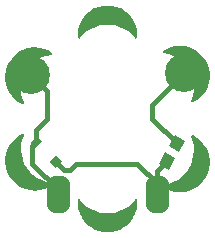
<source format=gbr>
G04 EAGLE Gerber RS-274X export*
G75*
%MOMM*%
%FSLAX34Y34*%
%LPD*%
%INTop Copper*%
%IPPOS*%
%AMOC8*
5,1,8,0,0,1.08239X$1,22.5*%
G01*
%ADD10C,3.216000*%
%ADD11C,1.428750*%
%ADD12R,0.630000X0.830000*%
%ADD13R,1.100000X1.000000*%
%ADD14C,0.406400*%

G36*
X3682Y-95803D02*
X3682Y-95803D01*
X3772Y-95785D01*
X3836Y-95782D01*
X7385Y-95021D01*
X7471Y-94989D01*
X7534Y-94976D01*
X10925Y-93681D01*
X11005Y-93637D01*
X11066Y-93614D01*
X14218Y-91816D01*
X14232Y-91805D01*
X14247Y-91798D01*
X14296Y-91757D01*
X14347Y-91729D01*
X17188Y-89469D01*
X17250Y-89403D01*
X17302Y-89364D01*
X19763Y-86697D01*
X19815Y-86622D01*
X19860Y-86574D01*
X21885Y-83562D01*
X21925Y-83481D01*
X21962Y-83427D01*
X23503Y-80141D01*
X23529Y-80054D01*
X23558Y-79995D01*
X24578Y-76512D01*
X24591Y-76422D01*
X24610Y-76360D01*
X25086Y-72762D01*
X25085Y-72671D01*
X25095Y-72606D01*
X25015Y-68978D01*
X25006Y-68924D01*
X25007Y-68870D01*
X24983Y-68785D01*
X24969Y-68697D01*
X24946Y-68648D01*
X24932Y-68596D01*
X24885Y-68521D01*
X24847Y-68440D01*
X24811Y-68400D01*
X24783Y-68354D01*
X24717Y-68294D01*
X24659Y-68227D01*
X24613Y-68199D01*
X24573Y-68162D01*
X24494Y-68123D01*
X24419Y-68075D01*
X24367Y-68060D01*
X24318Y-68036D01*
X24231Y-68020D01*
X24146Y-67995D01*
X24092Y-67995D01*
X24039Y-67986D01*
X23950Y-67995D01*
X23862Y-67994D01*
X23810Y-68009D01*
X23756Y-68015D01*
X23674Y-68048D01*
X23588Y-68072D01*
X23542Y-68101D01*
X23492Y-68121D01*
X23437Y-68166D01*
X23347Y-68223D01*
X23284Y-68292D01*
X23233Y-68335D01*
X20478Y-71509D01*
X17354Y-74212D01*
X13877Y-76444D01*
X10119Y-78158D01*
X6155Y-79321D01*
X2066Y-79908D01*
X-2066Y-79908D01*
X-6155Y-79321D01*
X-10119Y-78158D01*
X-13877Y-76444D01*
X-17354Y-74212D01*
X-20478Y-71509D01*
X-23233Y-68335D01*
X-23274Y-68299D01*
X-23308Y-68257D01*
X-23381Y-68206D01*
X-23448Y-68148D01*
X-23497Y-68125D01*
X-23541Y-68094D01*
X-23625Y-68066D01*
X-23706Y-68028D01*
X-23759Y-68020D01*
X-23810Y-68003D01*
X-23899Y-67998D01*
X-23987Y-67985D01*
X-24040Y-67992D01*
X-24094Y-67989D01*
X-24181Y-68010D01*
X-24269Y-68021D01*
X-24318Y-68042D01*
X-24371Y-68055D01*
X-24448Y-68099D01*
X-24530Y-68134D01*
X-24571Y-68168D01*
X-24618Y-68195D01*
X-24680Y-68258D01*
X-24749Y-68315D01*
X-24780Y-68359D01*
X-24817Y-68398D01*
X-24860Y-68476D01*
X-24910Y-68549D01*
X-24927Y-68600D01*
X-24952Y-68648D01*
X-24966Y-68718D01*
X-24999Y-68819D01*
X-25003Y-68913D01*
X-25015Y-68978D01*
X-25095Y-72606D01*
X-25084Y-72697D01*
X-25086Y-72762D01*
X-24610Y-76360D01*
X-24586Y-76448D01*
X-24578Y-76512D01*
X-23558Y-79995D01*
X-23520Y-80078D01*
X-23503Y-80141D01*
X-21962Y-83427D01*
X-21912Y-83503D01*
X-21885Y-83562D01*
X-19860Y-86574D01*
X-19799Y-86642D01*
X-19763Y-86697D01*
X-17302Y-89364D01*
X-17231Y-89421D01*
X-17188Y-89469D01*
X-14347Y-91729D01*
X-14312Y-91749D01*
X-14291Y-91769D01*
X-14249Y-91791D01*
X-14218Y-91816D01*
X-11066Y-93614D01*
X-10981Y-93648D01*
X-10925Y-93681D01*
X-7534Y-94976D01*
X-7446Y-94997D01*
X-7385Y-95021D01*
X-3836Y-95782D01*
X-3746Y-95789D01*
X-3682Y-95803D01*
X-59Y-96014D01*
X8Y-96008D01*
X59Y-96014D01*
X3682Y-95803D01*
G37*
G36*
X24040Y67992D02*
X24040Y67992D01*
X24094Y67989D01*
X24181Y68010D01*
X24269Y68021D01*
X24318Y68042D01*
X24371Y68055D01*
X24448Y68099D01*
X24530Y68134D01*
X24571Y68168D01*
X24618Y68195D01*
X24680Y68258D01*
X24749Y68315D01*
X24780Y68359D01*
X24817Y68398D01*
X24860Y68476D01*
X24910Y68549D01*
X24927Y68600D01*
X24952Y68648D01*
X24966Y68718D01*
X24999Y68819D01*
X25003Y68913D01*
X25015Y68978D01*
X25095Y72606D01*
X25084Y72697D01*
X25086Y72762D01*
X24610Y76360D01*
X24586Y76448D01*
X24578Y76512D01*
X23558Y79995D01*
X23520Y80078D01*
X23503Y80141D01*
X21962Y83427D01*
X21912Y83503D01*
X21885Y83562D01*
X19860Y86574D01*
X19799Y86642D01*
X19763Y86697D01*
X17302Y89364D01*
X17231Y89421D01*
X17188Y89469D01*
X14347Y91729D01*
X14268Y91775D01*
X14218Y91816D01*
X11066Y93614D01*
X10981Y93648D01*
X10925Y93681D01*
X7534Y94976D01*
X7446Y94997D01*
X7385Y95021D01*
X3836Y95782D01*
X3746Y95789D01*
X3682Y95803D01*
X59Y96014D01*
X-8Y96008D01*
X-59Y96014D01*
X-3682Y95803D01*
X-3772Y95785D01*
X-3836Y95782D01*
X-7385Y95021D01*
X-7471Y94989D01*
X-7534Y94976D01*
X-10925Y93681D01*
X-11005Y93637D01*
X-11066Y93614D01*
X-14218Y91816D01*
X-14290Y91760D01*
X-14347Y91729D01*
X-17188Y89469D01*
X-17250Y89403D01*
X-17302Y89364D01*
X-19763Y86697D01*
X-19815Y86622D01*
X-19860Y86574D01*
X-21885Y83562D01*
X-21925Y83481D01*
X-21962Y83427D01*
X-23503Y80141D01*
X-23529Y80054D01*
X-23558Y79995D01*
X-24578Y76512D01*
X-24591Y76422D01*
X-24610Y76360D01*
X-25086Y72762D01*
X-25085Y72671D01*
X-25095Y72606D01*
X-25015Y68978D01*
X-25006Y68924D01*
X-25007Y68870D01*
X-24983Y68785D01*
X-24969Y68697D01*
X-24946Y68648D01*
X-24932Y68596D01*
X-24885Y68521D01*
X-24847Y68440D01*
X-24811Y68400D01*
X-24783Y68354D01*
X-24717Y68294D01*
X-24659Y68227D01*
X-24613Y68199D01*
X-24573Y68162D01*
X-24494Y68123D01*
X-24419Y68075D01*
X-24367Y68060D01*
X-24318Y68036D01*
X-24231Y68020D01*
X-24146Y67995D01*
X-24092Y67995D01*
X-24039Y67986D01*
X-23950Y67995D01*
X-23862Y67994D01*
X-23810Y68009D01*
X-23756Y68015D01*
X-23674Y68048D01*
X-23588Y68072D01*
X-23542Y68101D01*
X-23492Y68121D01*
X-23437Y68166D01*
X-23347Y68223D01*
X-23284Y68292D01*
X-23233Y68335D01*
X-20478Y71509D01*
X-17354Y74212D01*
X-13877Y76444D01*
X-10119Y78158D01*
X-6155Y79321D01*
X-2066Y79908D01*
X2066Y79908D01*
X6155Y79321D01*
X10119Y78158D01*
X13877Y76444D01*
X17354Y74212D01*
X20478Y71509D01*
X23233Y68335D01*
X23274Y68299D01*
X23308Y68257D01*
X23381Y68206D01*
X23448Y68148D01*
X23497Y68125D01*
X23541Y68094D01*
X23625Y68066D01*
X23706Y68028D01*
X23759Y68020D01*
X23810Y68003D01*
X23899Y67998D01*
X23987Y67985D01*
X24040Y67992D01*
G37*
G36*
X71921Y13913D02*
X71921Y13913D01*
X71975Y13915D01*
X72043Y13938D01*
X72147Y13960D01*
X72229Y14003D01*
X72292Y14025D01*
X75474Y15770D01*
X75547Y15825D01*
X75605Y15856D01*
X78483Y18067D01*
X78547Y18132D01*
X78599Y18171D01*
X81105Y20796D01*
X81158Y20870D01*
X81203Y20917D01*
X83279Y23894D01*
X83320Y23975D01*
X83358Y24028D01*
X84954Y27288D01*
X84982Y27375D01*
X85011Y27433D01*
X86090Y30898D01*
X86101Y30965D01*
X86109Y30992D01*
X86110Y31003D01*
X86125Y31050D01*
X86661Y34639D01*
X86662Y34730D01*
X86672Y34795D01*
X86653Y38424D01*
X86640Y38514D01*
X86641Y38579D01*
X86067Y42163D01*
X86040Y42250D01*
X86031Y42315D01*
X84916Y45769D01*
X84876Y45851D01*
X84857Y45913D01*
X83228Y49156D01*
X83190Y49211D01*
X83169Y49258D01*
X81175Y52290D01*
X81115Y52359D01*
X81080Y52414D01*
X78646Y55106D01*
X78576Y55164D01*
X78533Y55213D01*
X75716Y57502D01*
X75638Y57549D01*
X75588Y57590D01*
X72454Y59421D01*
X72370Y59456D01*
X72314Y59489D01*
X68937Y60820D01*
X68849Y60841D01*
X68788Y60865D01*
X65248Y61664D01*
X65157Y61671D01*
X65094Y61686D01*
X61473Y61934D01*
X61382Y61928D01*
X61317Y61933D01*
X57701Y61624D01*
X57612Y61604D01*
X57547Y61599D01*
X54021Y60741D01*
X53936Y60708D01*
X53873Y60693D01*
X50518Y59306D01*
X50440Y59260D01*
X50380Y59236D01*
X47277Y57352D01*
X47235Y57318D01*
X47188Y57292D01*
X47126Y57229D01*
X47057Y57172D01*
X47026Y57128D01*
X46988Y57089D01*
X46946Y57012D01*
X46896Y56938D01*
X46878Y56887D01*
X46853Y56840D01*
X46834Y56753D01*
X46805Y56669D01*
X46803Y56615D01*
X46792Y56562D01*
X46797Y56473D01*
X46794Y56385D01*
X46806Y56332D01*
X46810Y56278D01*
X46840Y56195D01*
X46861Y56109D01*
X46888Y56062D01*
X46906Y56011D01*
X46958Y55939D01*
X47002Y55862D01*
X47041Y55824D01*
X47072Y55780D01*
X47142Y55726D01*
X47206Y55664D01*
X47254Y55639D01*
X47296Y55605D01*
X47363Y55580D01*
X47457Y55530D01*
X47549Y55511D01*
X47611Y55488D01*
X51738Y54689D01*
X55641Y53335D01*
X59312Y51440D01*
X62676Y49042D01*
X65665Y46191D01*
X68218Y42943D01*
X70284Y39365D01*
X71820Y35530D01*
X72795Y31516D01*
X73189Y27404D01*
X72995Y23277D01*
X72216Y19220D01*
X70844Y15247D01*
X70834Y15194D01*
X70815Y15143D01*
X70807Y15055D01*
X70790Y14968D01*
X70795Y14914D01*
X70790Y14860D01*
X70807Y14773D01*
X70815Y14684D01*
X70835Y14634D01*
X70845Y14581D01*
X70886Y14502D01*
X70918Y14419D01*
X70951Y14376D01*
X70975Y14328D01*
X71037Y14264D01*
X71090Y14193D01*
X71134Y14161D01*
X71171Y14122D01*
X71247Y14077D01*
X71318Y14024D01*
X71369Y14005D01*
X71416Y13977D01*
X71502Y13955D01*
X71585Y13924D01*
X71639Y13920D01*
X71691Y13906D01*
X71780Y13909D01*
X71868Y13902D01*
X71921Y13913D01*
G37*
G36*
X-61382Y-60728D02*
X-61382Y-60728D01*
X-61317Y-60733D01*
X-57701Y-60424D01*
X-57612Y-60404D01*
X-57547Y-60399D01*
X-54021Y-59541D01*
X-53936Y-59508D01*
X-53873Y-59493D01*
X-50518Y-58106D01*
X-50440Y-58060D01*
X-50380Y-58036D01*
X-47277Y-56152D01*
X-47235Y-56118D01*
X-47188Y-56092D01*
X-47126Y-56029D01*
X-47057Y-55972D01*
X-47026Y-55928D01*
X-46988Y-55889D01*
X-46946Y-55812D01*
X-46896Y-55738D01*
X-46878Y-55687D01*
X-46853Y-55640D01*
X-46834Y-55553D01*
X-46805Y-55469D01*
X-46803Y-55415D01*
X-46792Y-55362D01*
X-46797Y-55273D01*
X-46794Y-55185D01*
X-46806Y-55132D01*
X-46810Y-55078D01*
X-46840Y-54995D01*
X-46861Y-54909D01*
X-46888Y-54862D01*
X-46906Y-54811D01*
X-46958Y-54739D01*
X-47002Y-54662D01*
X-47041Y-54624D01*
X-47072Y-54580D01*
X-47142Y-54526D01*
X-47206Y-54464D01*
X-47254Y-54439D01*
X-47296Y-54405D01*
X-47363Y-54380D01*
X-47457Y-54330D01*
X-47549Y-54311D01*
X-47611Y-54288D01*
X-51738Y-53489D01*
X-55641Y-52135D01*
X-59312Y-50240D01*
X-62676Y-47842D01*
X-65665Y-44991D01*
X-68218Y-41743D01*
X-70284Y-38165D01*
X-71820Y-34330D01*
X-72795Y-30316D01*
X-73189Y-26204D01*
X-72995Y-22077D01*
X-72216Y-18020D01*
X-70844Y-14047D01*
X-70834Y-13994D01*
X-70815Y-13943D01*
X-70807Y-13855D01*
X-70790Y-13768D01*
X-70795Y-13714D01*
X-70790Y-13660D01*
X-70807Y-13573D01*
X-70815Y-13484D01*
X-70835Y-13434D01*
X-70845Y-13381D01*
X-70886Y-13302D01*
X-70918Y-13219D01*
X-70951Y-13176D01*
X-70975Y-13128D01*
X-71037Y-13064D01*
X-71090Y-12993D01*
X-71134Y-12961D01*
X-71171Y-12922D01*
X-71247Y-12877D01*
X-71318Y-12824D01*
X-71369Y-12805D01*
X-71416Y-12777D01*
X-71502Y-12755D01*
X-71585Y-12724D01*
X-71639Y-12720D01*
X-71691Y-12706D01*
X-71780Y-12709D01*
X-71868Y-12702D01*
X-71921Y-12713D01*
X-71975Y-12715D01*
X-72043Y-12738D01*
X-72147Y-12760D01*
X-72229Y-12803D01*
X-72292Y-12825D01*
X-75474Y-14570D01*
X-75547Y-14625D01*
X-75605Y-14656D01*
X-78483Y-16867D01*
X-78547Y-16932D01*
X-78599Y-16971D01*
X-81105Y-19596D01*
X-81158Y-19670D01*
X-81203Y-19717D01*
X-83279Y-22694D01*
X-83320Y-22775D01*
X-83358Y-22828D01*
X-84954Y-26088D01*
X-84982Y-26175D01*
X-85011Y-26233D01*
X-86090Y-29698D01*
X-86105Y-29788D01*
X-86125Y-29850D01*
X-86661Y-33439D01*
X-86662Y-33530D01*
X-86672Y-33595D01*
X-86653Y-37224D01*
X-86640Y-37314D01*
X-86641Y-37379D01*
X-86067Y-40963D01*
X-86040Y-41050D01*
X-86031Y-41115D01*
X-84916Y-44569D01*
X-84876Y-44651D01*
X-84857Y-44713D01*
X-83228Y-47956D01*
X-83190Y-48011D01*
X-83169Y-48058D01*
X-81175Y-51090D01*
X-81115Y-51159D01*
X-81080Y-51214D01*
X-78646Y-53906D01*
X-78576Y-53964D01*
X-78533Y-54013D01*
X-75716Y-56302D01*
X-75638Y-56349D01*
X-75588Y-56390D01*
X-72454Y-58221D01*
X-72370Y-58256D01*
X-72314Y-58289D01*
X-68937Y-59620D01*
X-68849Y-59641D01*
X-68788Y-59665D01*
X-65248Y-60464D01*
X-65157Y-60471D01*
X-65094Y-60486D01*
X-61473Y-60734D01*
X-61382Y-60728D01*
G37*
G36*
X65094Y-61686D02*
X65094Y-61686D01*
X65183Y-61668D01*
X65248Y-61664D01*
X68788Y-60865D01*
X68874Y-60833D01*
X68937Y-60820D01*
X72314Y-59489D01*
X72393Y-59444D01*
X72454Y-59421D01*
X75588Y-57590D01*
X75659Y-57534D01*
X75716Y-57502D01*
X78533Y-55213D01*
X78595Y-55146D01*
X78646Y-55106D01*
X81080Y-52414D01*
X81131Y-52338D01*
X81175Y-52290D01*
X83169Y-49258D01*
X83197Y-49197D01*
X83198Y-49196D01*
X83228Y-49156D01*
X84857Y-45913D01*
X84886Y-45826D01*
X84916Y-45769D01*
X86031Y-42315D01*
X86046Y-42225D01*
X86067Y-42163D01*
X86641Y-38579D01*
X86642Y-38488D01*
X86653Y-38424D01*
X86672Y-34795D01*
X86660Y-34704D01*
X86661Y-34639D01*
X86125Y-31050D01*
X86099Y-30963D01*
X86090Y-30898D01*
X85011Y-27433D01*
X84972Y-27350D01*
X84954Y-27288D01*
X83358Y-24028D01*
X83307Y-23953D01*
X83279Y-23894D01*
X81203Y-20917D01*
X81141Y-20850D01*
X81105Y-20796D01*
X78599Y-18171D01*
X78527Y-18114D01*
X78483Y-18067D01*
X75605Y-15856D01*
X75525Y-15811D01*
X75474Y-15770D01*
X72292Y-14025D01*
X72242Y-14006D01*
X72195Y-13979D01*
X72109Y-13956D01*
X72026Y-13925D01*
X71972Y-13920D01*
X71920Y-13907D01*
X71831Y-13909D01*
X71743Y-13902D01*
X71690Y-13913D01*
X71636Y-13914D01*
X71551Y-13941D01*
X71464Y-13959D01*
X71416Y-13984D01*
X71365Y-14000D01*
X71291Y-14049D01*
X71212Y-14090D01*
X71173Y-14128D01*
X71128Y-14158D01*
X71071Y-14225D01*
X71007Y-14287D01*
X70979Y-14333D01*
X70945Y-14375D01*
X70908Y-14456D01*
X70864Y-14532D01*
X70850Y-14585D01*
X70828Y-14634D01*
X70816Y-14722D01*
X70794Y-14808D01*
X70796Y-14862D01*
X70789Y-14916D01*
X70800Y-14986D01*
X70804Y-15092D01*
X70833Y-15181D01*
X70844Y-15247D01*
X72216Y-19220D01*
X72995Y-23277D01*
X73189Y-27404D01*
X72795Y-31516D01*
X71820Y-35530D01*
X70284Y-39365D01*
X68218Y-42943D01*
X65665Y-46191D01*
X62676Y-49042D01*
X59312Y-51440D01*
X55641Y-53335D01*
X51738Y-54689D01*
X47611Y-55488D01*
X47560Y-55505D01*
X47507Y-55514D01*
X47426Y-55552D01*
X47342Y-55580D01*
X47298Y-55611D01*
X47249Y-55634D01*
X47182Y-55693D01*
X47110Y-55744D01*
X47076Y-55786D01*
X47035Y-55822D01*
X46987Y-55896D01*
X46931Y-55965D01*
X46911Y-56015D01*
X46881Y-56061D01*
X46856Y-56146D01*
X46822Y-56228D01*
X46815Y-56281D01*
X46800Y-56333D01*
X46799Y-56422D01*
X46789Y-56510D01*
X46798Y-56563D01*
X46797Y-56617D01*
X46821Y-56703D01*
X46836Y-56791D01*
X46859Y-56839D01*
X46874Y-56891D01*
X46920Y-56967D01*
X46959Y-57047D01*
X46995Y-57087D01*
X47023Y-57133D01*
X47077Y-57180D01*
X47148Y-57259D01*
X47227Y-57309D01*
X47277Y-57352D01*
X50380Y-59236D01*
X50463Y-59272D01*
X50518Y-59306D01*
X53873Y-60693D01*
X53961Y-60716D01*
X54021Y-60741D01*
X57547Y-61599D01*
X57638Y-61608D01*
X57701Y-61624D01*
X61317Y-61933D01*
X61408Y-61928D01*
X61473Y-61934D01*
X65094Y-61686D01*
G37*
G36*
X-71690Y12713D02*
X-71690Y12713D01*
X-71636Y12714D01*
X-71551Y12741D01*
X-71464Y12759D01*
X-71416Y12784D01*
X-71365Y12800D01*
X-71291Y12849D01*
X-71212Y12890D01*
X-71173Y12928D01*
X-71128Y12958D01*
X-71071Y13025D01*
X-71007Y13087D01*
X-70979Y13133D01*
X-70945Y13175D01*
X-70908Y13256D01*
X-70864Y13332D01*
X-70850Y13385D01*
X-70828Y13434D01*
X-70816Y13522D01*
X-70794Y13608D01*
X-70796Y13662D01*
X-70789Y13716D01*
X-70800Y13786D01*
X-70804Y13892D01*
X-70833Y13981D01*
X-70844Y14047D01*
X-72216Y18020D01*
X-72995Y22077D01*
X-73189Y26204D01*
X-72795Y30316D01*
X-71820Y34330D01*
X-70284Y38165D01*
X-68218Y41743D01*
X-65665Y44991D01*
X-62676Y47842D01*
X-59312Y50240D01*
X-55641Y52135D01*
X-51738Y53489D01*
X-47611Y54288D01*
X-47560Y54305D01*
X-47507Y54314D01*
X-47426Y54352D01*
X-47342Y54380D01*
X-47298Y54411D01*
X-47249Y54434D01*
X-47182Y54493D01*
X-47110Y54544D01*
X-47076Y54586D01*
X-47035Y54622D01*
X-46987Y54696D01*
X-46931Y54765D01*
X-46911Y54815D01*
X-46881Y54861D01*
X-46856Y54946D01*
X-46822Y55028D01*
X-46815Y55081D01*
X-46800Y55133D01*
X-46799Y55222D01*
X-46789Y55310D01*
X-46798Y55363D01*
X-46797Y55417D01*
X-46821Y55503D01*
X-46836Y55591D01*
X-46859Y55639D01*
X-46874Y55691D01*
X-46920Y55767D01*
X-46959Y55847D01*
X-46995Y55887D01*
X-47023Y55933D01*
X-47077Y55980D01*
X-47148Y56059D01*
X-47227Y56109D01*
X-47277Y56152D01*
X-50380Y58036D01*
X-50463Y58072D01*
X-50518Y58106D01*
X-53873Y59493D01*
X-53961Y59516D01*
X-54021Y59541D01*
X-57547Y60399D01*
X-57638Y60408D01*
X-57701Y60424D01*
X-61317Y60733D01*
X-61408Y60728D01*
X-61473Y60734D01*
X-65094Y60486D01*
X-65183Y60468D01*
X-65248Y60464D01*
X-68788Y59665D01*
X-68874Y59633D01*
X-68937Y59620D01*
X-72314Y58289D01*
X-72393Y58244D01*
X-72454Y58221D01*
X-75588Y56390D01*
X-75659Y56334D01*
X-75716Y56302D01*
X-78533Y54013D01*
X-78595Y53946D01*
X-78646Y53906D01*
X-81080Y51214D01*
X-81131Y51138D01*
X-81175Y51090D01*
X-83169Y48058D01*
X-83197Y47997D01*
X-83228Y47956D01*
X-84857Y44713D01*
X-84886Y44626D01*
X-84916Y44569D01*
X-86031Y41115D01*
X-86046Y41025D01*
X-86067Y40963D01*
X-86641Y37379D01*
X-86642Y37288D01*
X-86653Y37224D01*
X-86672Y33595D01*
X-86660Y33504D01*
X-86661Y33439D01*
X-86125Y29850D01*
X-86099Y29763D01*
X-86090Y29698D01*
X-85011Y26233D01*
X-84972Y26150D01*
X-84954Y26088D01*
X-83358Y22828D01*
X-83307Y22753D01*
X-83279Y22694D01*
X-81203Y19717D01*
X-81141Y19650D01*
X-81105Y19596D01*
X-78599Y16971D01*
X-78527Y16914D01*
X-78483Y16867D01*
X-75605Y14656D01*
X-75525Y14611D01*
X-75474Y14570D01*
X-72292Y12825D01*
X-72242Y12806D01*
X-72195Y12779D01*
X-72109Y12756D01*
X-72026Y12725D01*
X-71972Y12720D01*
X-71920Y12707D01*
X-71831Y12709D01*
X-71743Y12702D01*
X-71690Y12713D01*
G37*
D10*
X-65000Y37500D03*
X65000Y38700D03*
D11*
X44291Y-54769D02*
X44291Y-72231D01*
X39529Y-72231D01*
X39529Y-54769D01*
X44291Y-54769D01*
X44291Y-58657D02*
X39529Y-58657D01*
X-39529Y-54769D02*
X-39529Y-72231D01*
X-44291Y-72231D01*
X-44291Y-54769D01*
X-39529Y-54769D01*
X-39529Y-58657D02*
X-44291Y-58657D01*
D12*
G36*
X-43231Y-30911D02*
X-38777Y-35365D01*
X-44645Y-41233D01*
X-49099Y-36779D01*
X-43231Y-30911D01*
G37*
G36*
X-59495Y-14647D02*
X-55041Y-19101D01*
X-60909Y-24969D01*
X-65363Y-20515D01*
X-59495Y-14647D01*
G37*
D13*
G36*
X57490Y-33428D02*
X51990Y-42954D01*
X43330Y-37954D01*
X48830Y-28428D01*
X57490Y-33428D01*
G37*
G36*
X65990Y-18706D02*
X60490Y-28232D01*
X51830Y-23232D01*
X57330Y-13706D01*
X65990Y-18706D01*
G37*
D14*
X41910Y-44191D02*
X41910Y-63500D01*
X41910Y-44191D02*
X50410Y-35691D01*
X41910Y-54610D02*
X41910Y-63500D01*
X41910Y-54610D02*
X25400Y-38100D01*
X-26670Y-38100D01*
X-31750Y-43180D01*
X-36830Y-43180D01*
X-43938Y-36072D01*
X58910Y-20969D02*
X58910Y-20810D01*
X38100Y0D01*
X38100Y11800D01*
X65000Y38700D01*
X-41910Y-59690D02*
X-41910Y-63500D01*
X-41910Y-59690D02*
X-63500Y-38100D01*
X-63500Y-23107D01*
X-60202Y-19808D01*
X-60202Y-9402D01*
X-50800Y0D01*
X-50800Y23300D01*
X-65000Y37500D01*
M02*

</source>
